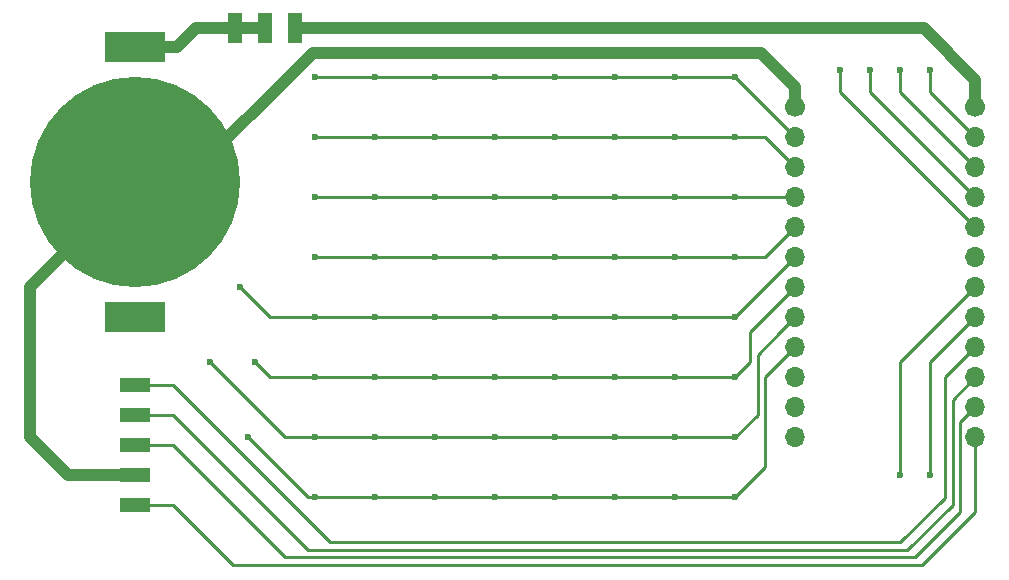
<source format=gbr>
G04 #@! TF.FileFunction,Copper,L1,Top,Signal*
%FSLAX46Y46*%
G04 Gerber Fmt 4.6, Leading zero omitted, Abs format (unit mm)*
G04 Created by KiCad (PCBNEW 4.0.7) date 04/25/18 19:18:30*
%MOMM*%
%LPD*%
G01*
G04 APERTURE LIST*
%ADD10C,0.150000*%
%ADD11R,2.540000X1.270000*%
%ADD12C,17.800000*%
%ADD13R,5.080000X2.540000*%
%ADD14C,1.700000*%
%ADD15O,1.700000X1.700000*%
%ADD16O,0.600000X0.600000*%
%ADD17R,1.200000X2.500000*%
%ADD18C,0.600000*%
%ADD19C,0.250000*%
%ADD20C,1.000000*%
G04 APERTURE END LIST*
D10*
D11*
X114300000Y-121285000D03*
X114300000Y-118745000D03*
X114300000Y-116205000D03*
X114300000Y-113665000D03*
X114300000Y-111125000D03*
D12*
X114300000Y-93980000D03*
D13*
X114300000Y-82550000D03*
X114300000Y-105410000D03*
D14*
X185420000Y-87630000D03*
D15*
X185420000Y-90170000D03*
X185420000Y-92710000D03*
X185420000Y-95250000D03*
X185420000Y-97790000D03*
X185420000Y-100330000D03*
X185420000Y-102870000D03*
X185420000Y-105410000D03*
X185420000Y-107950000D03*
X185420000Y-110490000D03*
X185420000Y-113030000D03*
X185420000Y-115570000D03*
D16*
X185420000Y-87630000D03*
X185420000Y-90170000D03*
X185420000Y-92710000D03*
X185420000Y-95250000D03*
X185420000Y-97790000D03*
X185420000Y-100330000D03*
X185420000Y-102870000D03*
X185420000Y-105410000D03*
X185420000Y-107950000D03*
X185420000Y-110490000D03*
X185420000Y-113030000D03*
X185420000Y-115570000D03*
D14*
X170180000Y-87630000D03*
D15*
X170180000Y-90170000D03*
X170180000Y-92710000D03*
X170180000Y-95250000D03*
X170180000Y-97790000D03*
X170180000Y-100330000D03*
X170180000Y-102870000D03*
X170180000Y-105410000D03*
X170180000Y-107950000D03*
X170180000Y-110490000D03*
X170180000Y-113030000D03*
X170180000Y-115570000D03*
D16*
X170180000Y-87630000D03*
X170180000Y-90170000D03*
X170180000Y-92710000D03*
X170180000Y-95250000D03*
X170180000Y-97790000D03*
X170180000Y-100330000D03*
X170180000Y-102870000D03*
X170180000Y-105410000D03*
X170180000Y-107950000D03*
X170180000Y-110490000D03*
X170180000Y-113030000D03*
X170180000Y-115570000D03*
D17*
X125300000Y-80950000D03*
X122800000Y-80950000D03*
X127800000Y-80950000D03*
D18*
X160020000Y-85090000D03*
X149860000Y-85090000D03*
X144780000Y-85090000D03*
X129540000Y-85090000D03*
X134620000Y-85090000D03*
X139700000Y-85090000D03*
X154940000Y-85090000D03*
X165100000Y-85090000D03*
X134620000Y-90170000D03*
X129540000Y-90170000D03*
X139700000Y-90170000D03*
X144780000Y-90170000D03*
X149860000Y-90170000D03*
X154940000Y-90170000D03*
X160020000Y-90170000D03*
X165100000Y-90170000D03*
X129540000Y-95250000D03*
X134620000Y-95250000D03*
X144780000Y-95250000D03*
X139700000Y-95250000D03*
X154940000Y-95250000D03*
X149860000Y-95250000D03*
X160020000Y-95250000D03*
X165100000Y-95250000D03*
X129540000Y-100330000D03*
X134620000Y-100330000D03*
X139700000Y-100330000D03*
X144780000Y-100330000D03*
X154940000Y-100330000D03*
X149860000Y-100330000D03*
X160020000Y-100330000D03*
X165100000Y-100330000D03*
X123190000Y-102870000D03*
X129540000Y-105410000D03*
X134620000Y-105410000D03*
X144780000Y-105410000D03*
X139700000Y-105410000D03*
X154940000Y-105410000D03*
X149860000Y-105410000D03*
X160020000Y-105410000D03*
X165100000Y-105410000D03*
X124460000Y-109220000D03*
X129540000Y-110490000D03*
X134620000Y-110490000D03*
X139700000Y-110490000D03*
X144780000Y-110490000D03*
X154940000Y-110490000D03*
X149860000Y-110490000D03*
X160020000Y-110490000D03*
X165100000Y-110490000D03*
X120650000Y-109220000D03*
X129540000Y-115570000D03*
X134620000Y-115570000D03*
X139700000Y-115570000D03*
X144780000Y-115570000D03*
X154940000Y-115570000D03*
X149860000Y-115570000D03*
X160020000Y-115570000D03*
X165100000Y-115570000D03*
X123825000Y-115570000D03*
X160020000Y-120650000D03*
X149860000Y-120650000D03*
X144780000Y-120650000D03*
X129540000Y-120650000D03*
X134620000Y-120650000D03*
X139700000Y-120650000D03*
X154940000Y-120650000D03*
X165100000Y-120650000D03*
X173990000Y-84455000D03*
X176530000Y-84455000D03*
X179070000Y-84455000D03*
X181610000Y-84455000D03*
X179070000Y-118745000D03*
X181610000Y-118745000D03*
D19*
X168910000Y-88900000D02*
X170180000Y-90170000D01*
X160020000Y-85090000D02*
X165100000Y-85090000D01*
X154940000Y-85090000D02*
X160020000Y-85090000D01*
X149860000Y-85090000D02*
X154940000Y-85090000D01*
X144780000Y-85090000D02*
X149860000Y-85090000D01*
X139700000Y-85090000D02*
X144780000Y-85090000D01*
X165100000Y-85090000D02*
X168910000Y-88900000D01*
X134620000Y-85090000D02*
X139700000Y-85090000D01*
X129540000Y-85090000D02*
X134620000Y-85090000D01*
X165100000Y-90170000D02*
X167640000Y-90170000D01*
X167640000Y-90170000D02*
X168910000Y-91440000D01*
X168910000Y-91440000D02*
X170180000Y-92710000D01*
X134620000Y-90170000D02*
X139700000Y-90170000D01*
X129540000Y-90170000D02*
X134620000Y-90170000D01*
X144780000Y-90170000D02*
X149860000Y-90170000D01*
X139700000Y-90170000D02*
X144780000Y-90170000D01*
X154940000Y-90170000D02*
X160020000Y-90170000D01*
X149860000Y-90170000D02*
X154940000Y-90170000D01*
X160020000Y-90170000D02*
X165100000Y-90170000D01*
X168910000Y-95250000D02*
X170180000Y-95250000D01*
X165100000Y-95250000D02*
X168910000Y-95250000D01*
X134620000Y-95250000D02*
X139700000Y-95250000D01*
X129540000Y-95250000D02*
X134620000Y-95250000D01*
X144780000Y-95250000D02*
X149860000Y-95250000D01*
X139700000Y-95250000D02*
X144780000Y-95250000D01*
X154940000Y-95250000D02*
X160020000Y-95250000D01*
X149860000Y-95250000D02*
X154940000Y-95250000D01*
X160020000Y-95250000D02*
X165100000Y-95250000D01*
X168910000Y-99060000D02*
X170180000Y-97790000D01*
X167640000Y-100330000D02*
X168910000Y-99060000D01*
X165100000Y-100330000D02*
X167640000Y-100330000D01*
X134620000Y-100330000D02*
X139700000Y-100330000D01*
X129540000Y-100330000D02*
X134620000Y-100330000D01*
X144780000Y-100330000D02*
X149860000Y-100330000D01*
X139700000Y-100330000D02*
X144780000Y-100330000D01*
X160020000Y-100330000D02*
X154940000Y-100330000D01*
X149860000Y-100330000D02*
X154940000Y-100330000D01*
X160020000Y-100330000D02*
X165100000Y-100330000D01*
X129540000Y-105410000D02*
X125730000Y-105410000D01*
X125730000Y-105410000D02*
X123190000Y-102870000D01*
X168910000Y-101600000D02*
X170180000Y-100330000D01*
X165100000Y-105410000D02*
X168910000Y-101600000D01*
X134620000Y-105410000D02*
X139700000Y-105410000D01*
X129540000Y-105410000D02*
X134620000Y-105410000D01*
X144780000Y-105410000D02*
X149860000Y-105410000D01*
X139700000Y-105410000D02*
X144780000Y-105410000D01*
X154940000Y-105410000D02*
X160020000Y-105410000D01*
X149860000Y-105410000D02*
X154940000Y-105410000D01*
X160020000Y-105410000D02*
X165100000Y-105410000D01*
X129540000Y-110490000D02*
X125730000Y-110490000D01*
X125730000Y-110490000D02*
X124460000Y-109220000D01*
X168910000Y-104140000D02*
X170180000Y-102870000D01*
X166370000Y-106680000D02*
X168910000Y-104140000D01*
X166370000Y-109220000D02*
X166370000Y-106680000D01*
X165100000Y-110490000D02*
X166370000Y-109220000D01*
X134620000Y-110490000D02*
X139700000Y-110490000D01*
X129540000Y-110490000D02*
X134620000Y-110490000D01*
X144780000Y-110490000D02*
X149860000Y-110490000D01*
X139700000Y-110490000D02*
X144780000Y-110490000D01*
X154940000Y-110490000D02*
X160020000Y-110490000D01*
X149860000Y-110490000D02*
X154940000Y-110490000D01*
X160020000Y-110490000D02*
X165100000Y-110490000D01*
X129540000Y-115570000D02*
X127000000Y-115570000D01*
X127000000Y-115570000D02*
X120650000Y-109220000D01*
X168910000Y-106680000D02*
X170180000Y-105410000D01*
X167005000Y-108585000D02*
X168910000Y-106680000D01*
X167005000Y-113665000D02*
X167005000Y-108585000D01*
X165100000Y-115570000D02*
X167005000Y-113665000D01*
X134620000Y-115570000D02*
X139700000Y-115570000D01*
X129540000Y-115570000D02*
X134620000Y-115570000D01*
X144780000Y-115570000D02*
X149860000Y-115570000D01*
X139700000Y-115570000D02*
X144780000Y-115570000D01*
X154940000Y-115570000D02*
X160020000Y-115570000D01*
X149860000Y-115570000D02*
X154940000Y-115570000D01*
X160020000Y-115570000D02*
X165100000Y-115570000D01*
X129540000Y-120650000D02*
X128905000Y-120650000D01*
X128905000Y-120650000D02*
X123825000Y-115570000D01*
X168910000Y-109220000D02*
X170180000Y-107950000D01*
X160020000Y-120650000D02*
X165100000Y-120650000D01*
X154940000Y-120650000D02*
X160020000Y-120650000D01*
X149860000Y-120650000D02*
X154940000Y-120650000D01*
X144780000Y-120650000D02*
X149860000Y-120650000D01*
X139700000Y-120650000D02*
X144780000Y-120650000D01*
X167640000Y-110490000D02*
X168910000Y-109220000D01*
X167640000Y-118110000D02*
X167640000Y-110490000D01*
X165100000Y-120650000D02*
X167640000Y-118110000D01*
X134620000Y-120650000D02*
X139700000Y-120650000D01*
X129540000Y-120650000D02*
X134620000Y-120650000D01*
D20*
X114300000Y-93980000D02*
X118380770Y-93980000D01*
X118380770Y-93980000D02*
X129330553Y-83030217D01*
X129330553Y-83030217D02*
X167298253Y-83030217D01*
X167298253Y-83030217D02*
X170180000Y-85911964D01*
X170180000Y-85911964D02*
X170180000Y-87630000D01*
X105400001Y-115560001D02*
X108585000Y-118745000D01*
X108585000Y-118745000D02*
X114300000Y-118745000D01*
X114300000Y-93980000D02*
X105400001Y-102879999D01*
X105400001Y-102879999D02*
X105400001Y-115560001D01*
D19*
X185420000Y-107950000D02*
X182880000Y-110490000D01*
X182880000Y-110490000D02*
X182880000Y-120682070D01*
X182880000Y-120682070D02*
X179102070Y-124460000D01*
X117475000Y-111125000D02*
X116205000Y-111125000D01*
X179102070Y-124460000D02*
X130810000Y-124460000D01*
X130810000Y-124460000D02*
X117475000Y-111125000D01*
X116205000Y-111125000D02*
X114300000Y-111125000D01*
X185420000Y-110490000D02*
X183515000Y-112395000D01*
X183515000Y-112395000D02*
X183515000Y-121274309D01*
X183515000Y-121274309D02*
X179694309Y-125095000D01*
X116205000Y-113665000D02*
X114300000Y-113665000D01*
X179694309Y-125095000D02*
X128905000Y-125095000D01*
X128905000Y-125095000D02*
X117475000Y-113665000D01*
X117475000Y-113665000D02*
X116205000Y-113665000D01*
X185420000Y-113030000D02*
X184150000Y-114300000D01*
X184150000Y-114300000D02*
X184150000Y-121941381D01*
X184150000Y-121941381D02*
X180361381Y-125730000D01*
X117475000Y-116205000D02*
X116205000Y-116205000D01*
X180361381Y-125730000D02*
X127000000Y-125730000D01*
X127000000Y-125730000D02*
X117475000Y-116205000D01*
X116205000Y-116205000D02*
X114300000Y-116205000D01*
X185420000Y-113030000D02*
X184870170Y-113030000D01*
X116205000Y-121285000D02*
X114300000Y-121285000D01*
X185420000Y-115570000D02*
X185418257Y-115571743D01*
X185418257Y-115571743D02*
X185418257Y-121900874D01*
X185418257Y-121900874D02*
X180954131Y-126365000D01*
X180954131Y-126365000D02*
X122555000Y-126365000D01*
X122555000Y-126365000D02*
X117475000Y-121285000D01*
X117475000Y-121285000D02*
X116205000Y-121285000D01*
X184150000Y-96520000D02*
X185420000Y-97790000D01*
X173990000Y-86360000D02*
X184150000Y-96520000D01*
X173990000Y-84455000D02*
X173990000Y-86360000D01*
X184150000Y-93980000D02*
X185420000Y-95250000D01*
X176530000Y-86360000D02*
X184150000Y-93980000D01*
X176530000Y-84455000D02*
X176530000Y-86360000D01*
X184150000Y-91440000D02*
X185420000Y-92710000D01*
X179070000Y-86360000D02*
X184150000Y-91440000D01*
X179070000Y-84455000D02*
X179070000Y-86360000D01*
X184150000Y-88900000D02*
X185420000Y-90170000D01*
X181610000Y-86360000D02*
X184150000Y-88900000D01*
X181610000Y-84455000D02*
X181610000Y-86360000D01*
X179070000Y-118745000D02*
X179070000Y-109220000D01*
X179070000Y-109220000D02*
X185420000Y-102870000D01*
X181610000Y-118745000D02*
X181610000Y-109220000D01*
X181610000Y-109220000D02*
X185420000Y-105410000D01*
D20*
X127800000Y-80950000D02*
X181058577Y-80950000D01*
X181058577Y-80950000D02*
X185420000Y-85311423D01*
X185420000Y-85311423D02*
X185420000Y-87630000D01*
X122800000Y-80950000D02*
X125300000Y-80950000D01*
X117840000Y-82550000D02*
X119440000Y-80950000D01*
X119440000Y-80950000D02*
X122800000Y-80950000D01*
X114300000Y-82550000D02*
X117840000Y-82550000D01*
M02*

</source>
